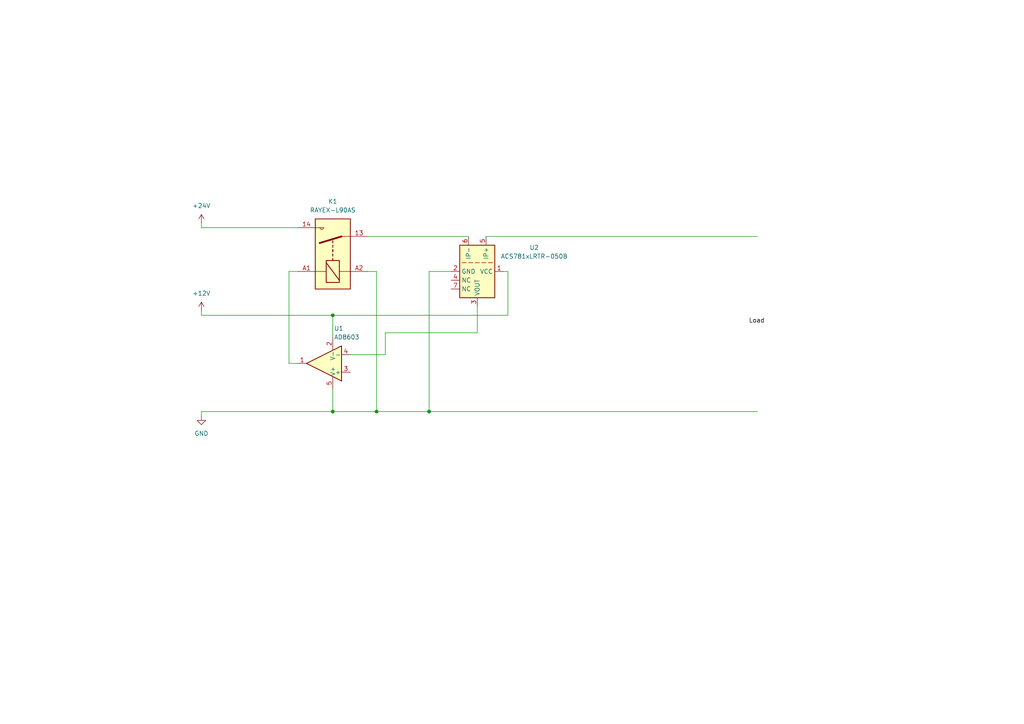
<source format=kicad_sch>
(kicad_sch (version 20230121) (generator eeschema)

  (uuid bdc7face-9f7c-4701-80bb-4cc144448db1)

  (paper "A4")

  (title_block
    (title "Recruitment hw")
    (date "2023-10-06")
    (rev "V0")
    (company "E-Agle TRT")
  )

  (lib_symbols
    (symbol "Amplifier_Operational:AD8603" (pin_names (offset 0.127)) (in_bom yes) (on_board yes)
      (property "Reference" "U" (at 0 5.08 0)
        (effects (font (size 1.27 1.27)) (justify left))
      )
      (property "Value" "AD8603" (at 0 -5.08 0)
        (effects (font (size 1.27 1.27)) (justify left))
      )
      (property "Footprint" "Package_TO_SOT_SMD:TSOT-23-5" (at 0 0 0)
        (effects (font (size 1.27 1.27)) hide)
      )
      (property "Datasheet" "https://www.analog.com/media/en/technical-documentation/data-sheets/AD8603_8607_8609.pdf" (at 0 5.08 0)
        (effects (font (size 1.27 1.27)) hide)
      )
      (property "ki_keywords" "single opamp" (at 0 0 0)
        (effects (font (size 1.27 1.27)) hide)
      )
      (property "ki_description" "Precision Micropower, Low Noise CMOS, Rail-to-Rail Input/Output Operational Amplifier, TSOT-23-5" (at 0 0 0)
        (effects (font (size 1.27 1.27)) hide)
      )
      (property "ki_fp_filters" "TSOT*23*" (at 0 0 0)
        (effects (font (size 1.27 1.27)) hide)
      )
      (symbol "AD8603_0_1"
        (polyline
          (pts
            (xy -5.08 5.08)
            (xy 5.08 0)
            (xy -5.08 -5.08)
            (xy -5.08 5.08)
          )
          (stroke (width 0.254) (type default))
          (fill (type background))
        )
        (pin power_in line (at -2.54 -7.62 90) (length 3.81)
          (name "V-" (effects (font (size 1.27 1.27))))
          (number "2" (effects (font (size 1.27 1.27))))
        )
        (pin power_in line (at -2.54 7.62 270) (length 3.81)
          (name "V+" (effects (font (size 1.27 1.27))))
          (number "5" (effects (font (size 1.27 1.27))))
        )
      )
      (symbol "AD8603_1_1"
        (pin output line (at 7.62 0 180) (length 2.54)
          (name "~" (effects (font (size 1.27 1.27))))
          (number "1" (effects (font (size 1.27 1.27))))
        )
        (pin input line (at -7.62 2.54 0) (length 2.54)
          (name "+" (effects (font (size 1.27 1.27))))
          (number "3" (effects (font (size 1.27 1.27))))
        )
        (pin input line (at -7.62 -2.54 0) (length 2.54)
          (name "-" (effects (font (size 1.27 1.27))))
          (number "4" (effects (font (size 1.27 1.27))))
        )
      )
    )
    (symbol "Relay:RAYEX-L90AS" (in_bom yes) (on_board yes)
      (property "Reference" "K" (at 11.43 3.81 0)
        (effects (font (size 1.27 1.27)) (justify left))
      )
      (property "Value" "RAYEX-L90AS" (at 11.43 1.27 0)
        (effects (font (size 1.27 1.27)) (justify left))
      )
      (property "Footprint" "Relay_THT:Relay_SPST_RAYEX-L90AS" (at 11.43 -1.27 0)
        (effects (font (size 1.27 1.27)) (justify left) hide)
      )
      (property "Datasheet" "https://a3.sofastcdn.com/attachment/7jioKBjnRiiSrjrjknRiwS77gwbf3zmp/L90-SERIES.pdf" (at 17.78 -3.81 0)
        (effects (font (size 1.27 1.27)) (justify left) hide)
      )
      (property "ki_keywords" "30A Single Pole Relay" (at 0 0 0)
        (effects (font (size 1.27 1.27)) hide)
      )
      (property "ki_description" "Power relay, Without Common Terminal between coil terminals, NO, SPST, 30A" (at 0 0 0)
        (effects (font (size 1.27 1.27)) hide)
      )
      (property "ki_fp_filters" "Relay*SPST*RAYEX*L90A*" (at 0 0 0)
        (effects (font (size 1.27 1.27)) hide)
      )
      (symbol "RAYEX-L90AS_1_0"
        (polyline
          (pts
            (xy 7.62 3.81)
            (xy 7.62 5.08)
          )
          (stroke (width 0) (type default))
          (fill (type none))
        )
        (polyline
          (pts
            (xy 7.62 3.81)
            (xy 7.62 2.54)
            (xy 6.985 3.175)
            (xy 7.62 3.81)
          )
          (stroke (width 0) (type default))
          (fill (type none))
        )
      )
      (symbol "RAYEX-L90AS_1_1"
        (rectangle (start -10.16 5.08) (end 10.16 -5.08)
          (stroke (width 0.254) (type default))
          (fill (type background))
        )
        (rectangle (start -8.255 1.905) (end -1.905 -1.905)
          (stroke (width 0.254) (type default))
          (fill (type none))
        )
        (polyline
          (pts
            (xy -7.62 -1.905)
            (xy -2.54 1.905)
          )
          (stroke (width 0.254) (type default))
          (fill (type none))
        )
        (polyline
          (pts
            (xy -5.08 -5.08)
            (xy -5.08 -1.905)
          )
          (stroke (width 0) (type default))
          (fill (type none))
        )
        (polyline
          (pts
            (xy -5.08 5.08)
            (xy -5.08 1.905)
          )
          (stroke (width 0) (type default))
          (fill (type none))
        )
        (polyline
          (pts
            (xy -1.905 0)
            (xy -1.27 0)
          )
          (stroke (width 0.254) (type default))
          (fill (type none))
        )
        (polyline
          (pts
            (xy -0.635 0)
            (xy 0 0)
          )
          (stroke (width 0.254) (type default))
          (fill (type none))
        )
        (polyline
          (pts
            (xy 0.635 0)
            (xy 1.27 0)
          )
          (stroke (width 0.254) (type default))
          (fill (type none))
        )
        (polyline
          (pts
            (xy 0.635 0)
            (xy 1.27 0)
          )
          (stroke (width 0.254) (type default))
          (fill (type none))
        )
        (polyline
          (pts
            (xy 1.905 0)
            (xy 2.54 0)
          )
          (stroke (width 0.254) (type default))
          (fill (type none))
        )
        (polyline
          (pts
            (xy 3.175 0)
            (xy 3.81 0)
          )
          (stroke (width 0.254) (type default))
          (fill (type none))
        )
        (polyline
          (pts
            (xy 5.08 -2.54)
            (xy 3.175 3.81)
          )
          (stroke (width 0.508) (type default))
          (fill (type none))
        )
        (polyline
          (pts
            (xy 5.08 -2.54)
            (xy 5.08 -5.08)
          )
          (stroke (width 0) (type default))
          (fill (type none))
        )
        (pin passive line (at 5.08 -10.16 90) (length 5.08)
          (name "~" (effects (font (size 1.27 1.27))))
          (number "13" (effects (font (size 1.27 1.27))))
        )
        (pin passive line (at 7.62 10.16 270) (length 5.08)
          (name "~" (effects (font (size 1.27 1.27))))
          (number "14" (effects (font (size 1.27 1.27))))
        )
        (pin passive line (at -5.08 10.16 270) (length 5.08)
          (name "~" (effects (font (size 1.27 1.27))))
          (number "A1" (effects (font (size 1.27 1.27))))
        )
        (pin passive line (at -5.08 -10.16 90) (length 5.08)
          (name "~" (effects (font (size 1.27 1.27))))
          (number "A2" (effects (font (size 1.27 1.27))))
        )
      )
    )
    (symbol "Sensor_Current:ACS781xLRTR-050B" (in_bom yes) (on_board yes)
      (property "Reference" "U" (at -7.62 6.35 0)
        (effects (font (size 1.27 1.27)) (justify left))
      )
      (property "Value" "ACS781xLRTR-050B" (at 2.54 6.35 0)
        (effects (font (size 1.27 1.27)) (justify left))
      )
      (property "Footprint" "Sensor_Current:Allegro_PSOF-7_4.8x6.4mm_P1.60mm" (at 0 0 0)
        (effects (font (size 1.27 1.27)) hide)
      )
      (property "Datasheet" "http://www.allegromicro.com/~/media/Files/Datasheets/ACS780-Datasheet.ashx?la=en" (at 0 0 0)
        (effects (font (size 1.27 1.27)) hide)
      )
      (property "ki_keywords" "hall effect current monitor sensor isolated" (at 0 0 0)
        (effects (font (size 1.27 1.27)) hide)
      )
      (property "ki_description" "±50A Bidirectional Hall-Effect Current Sensor, +3.3V supply, 26.4mV/A, PSOF-7" (at 0 0 0)
        (effects (font (size 1.27 1.27)) hide)
      )
      (property "ki_fp_filters" "Allegro*PSOF*4.8x6.4mm*P1.60mm*" (at 0 0 0)
        (effects (font (size 1.27 1.27)) hide)
      )
      (symbol "ACS781xLRTR-050B_0_1"
        (rectangle (start -7.62 5.08) (end 7.62 -5.08)
          (stroke (width 0.254) (type default))
          (fill (type background))
        )
        (polyline
          (pts
            (xy -2.54 -3.175)
            (xy -2.54 -4.445)
          )
          (stroke (width 0) (type default))
          (fill (type none))
        )
        (polyline
          (pts
            (xy -2.54 -1.27)
            (xy -2.54 -2.54)
          )
          (stroke (width 0) (type default))
          (fill (type none))
        )
        (polyline
          (pts
            (xy -2.54 0.635)
            (xy -2.54 -0.635)
          )
          (stroke (width 0) (type default))
          (fill (type none))
        )
        (polyline
          (pts
            (xy -2.54 1.27)
            (xy -2.54 2.54)
          )
          (stroke (width 0) (type default))
          (fill (type none))
        )
        (polyline
          (pts
            (xy -2.54 3.175)
            (xy -2.54 4.445)
          )
          (stroke (width 0) (type default))
          (fill (type none))
        )
      )
      (symbol "ACS781xLRTR-050B_1_1"
        (pin power_in line (at 0 7.62 270) (length 2.54)
          (name "VCC" (effects (font (size 1.27 1.27))))
          (number "1" (effects (font (size 1.27 1.27))))
        )
        (pin power_in line (at 0 -7.62 90) (length 2.54)
          (name "GND" (effects (font (size 1.27 1.27))))
          (number "2" (effects (font (size 1.27 1.27))))
        )
        (pin output line (at 10.16 0 180) (length 2.54)
          (name "VOUT" (effects (font (size 1.27 1.27))))
          (number "3" (effects (font (size 1.27 1.27))))
        )
        (pin passive line (at 2.54 -7.62 90) (length 2.54)
          (name "NC" (effects (font (size 1.27 1.27))))
          (number "4" (effects (font (size 1.27 1.27))))
        )
        (pin passive line (at -10.16 2.54 0) (length 2.54)
          (name "IP+" (effects (font (size 1.27 1.27))))
          (number "5" (effects (font (size 1.27 1.27))))
        )
        (pin passive line (at -10.16 -2.54 0) (length 2.54)
          (name "IP-" (effects (font (size 1.27 1.27))))
          (number "6" (effects (font (size 1.27 1.27))))
        )
        (pin passive line (at 5.08 -7.62 90) (length 2.54)
          (name "NC" (effects (font (size 1.27 1.27))))
          (number "7" (effects (font (size 1.27 1.27))))
        )
      )
    )
    (symbol "power:+12V" (power) (pin_names (offset 0)) (in_bom yes) (on_board yes)
      (property "Reference" "#PWR" (at 0 -3.81 0)
        (effects (font (size 1.27 1.27)) hide)
      )
      (property "Value" "+12V" (at 0 3.556 0)
        (effects (font (size 1.27 1.27)))
      )
      (property "Footprint" "" (at 0 0 0)
        (effects (font (size 1.27 1.27)) hide)
      )
      (property "Datasheet" "" (at 0 0 0)
        (effects (font (size 1.27 1.27)) hide)
      )
      (property "ki_keywords" "global power" (at 0 0 0)
        (effects (font (size 1.27 1.27)) hide)
      )
      (property "ki_description" "Power symbol creates a global label with name \"+12V\"" (at 0 0 0)
        (effects (font (size 1.27 1.27)) hide)
      )
      (symbol "+12V_0_1"
        (polyline
          (pts
            (xy -0.762 1.27)
            (xy 0 2.54)
          )
          (stroke (width 0) (type default))
          (fill (type none))
        )
        (polyline
          (pts
            (xy 0 0)
            (xy 0 2.54)
          )
          (stroke (width 0) (type default))
          (fill (type none))
        )
        (polyline
          (pts
            (xy 0 2.54)
            (xy 0.762 1.27)
          )
          (stroke (width 0) (type default))
          (fill (type none))
        )
      )
      (symbol "+12V_1_1"
        (pin power_in line (at 0 0 90) (length 0) hide
          (name "+12V" (effects (font (size 1.27 1.27))))
          (number "1" (effects (font (size 1.27 1.27))))
        )
      )
    )
    (symbol "power:+24V" (power) (pin_names (offset 0)) (in_bom yes) (on_board yes)
      (property "Reference" "#PWR" (at 0 -3.81 0)
        (effects (font (size 1.27 1.27)) hide)
      )
      (property "Value" "+24V" (at 0 3.556 0)
        (effects (font (size 1.27 1.27)))
      )
      (property "Footprint" "" (at 0 0 0)
        (effects (font (size 1.27 1.27)) hide)
      )
      (property "Datasheet" "" (at 0 0 0)
        (effects (font (size 1.27 1.27)) hide)
      )
      (property "ki_keywords" "global power" (at 0 0 0)
        (effects (font (size 1.27 1.27)) hide)
      )
      (property "ki_description" "Power symbol creates a global label with name \"+24V\"" (at 0 0 0)
        (effects (font (size 1.27 1.27)) hide)
      )
      (symbol "+24V_0_1"
        (polyline
          (pts
            (xy -0.762 1.27)
            (xy 0 2.54)
          )
          (stroke (width 0) (type default))
          (fill (type none))
        )
        (polyline
          (pts
            (xy 0 0)
            (xy 0 2.54)
          )
          (stroke (width 0) (type default))
          (fill (type none))
        )
        (polyline
          (pts
            (xy 0 2.54)
            (xy 0.762 1.27)
          )
          (stroke (width 0) (type default))
          (fill (type none))
        )
      )
      (symbol "+24V_1_1"
        (pin power_in line (at 0 0 90) (length 0) hide
          (name "+24V" (effects (font (size 1.27 1.27))))
          (number "1" (effects (font (size 1.27 1.27))))
        )
      )
    )
    (symbol "power:GND" (power) (pin_names (offset 0)) (in_bom yes) (on_board yes)
      (property "Reference" "#PWR" (at 0 -6.35 0)
        (effects (font (size 1.27 1.27)) hide)
      )
      (property "Value" "GND" (at 0 -3.81 0)
        (effects (font (size 1.27 1.27)))
      )
      (property "Footprint" "" (at 0 0 0)
        (effects (font (size 1.27 1.27)) hide)
      )
      (property "Datasheet" "" (at 0 0 0)
        (effects (font (size 1.27 1.27)) hide)
      )
      (property "ki_keywords" "global power" (at 0 0 0)
        (effects (font (size 1.27 1.27)) hide)
      )
      (property "ki_description" "Power symbol creates a global label with name \"GND\" , ground" (at 0 0 0)
        (effects (font (size 1.27 1.27)) hide)
      )
      (symbol "GND_0_1"
        (polyline
          (pts
            (xy 0 0)
            (xy 0 -1.27)
            (xy 1.27 -1.27)
            (xy 0 -2.54)
            (xy -1.27 -1.27)
            (xy 0 -1.27)
          )
          (stroke (width 0) (type default))
          (fill (type none))
        )
      )
      (symbol "GND_1_1"
        (pin power_in line (at 0 0 270) (length 0) hide
          (name "GND" (effects (font (size 1.27 1.27))))
          (number "1" (effects (font (size 1.27 1.27))))
        )
      )
    )
  )

  (junction (at 96.52 119.38) (diameter 0) (color 0 0 0 0)
    (uuid 4ec88565-ab1e-4aec-9a62-957c3dc1d2e5)
  )
  (junction (at 96.52 91.44) (diameter 0) (color 0 0 0 0)
    (uuid 8316aa82-20bc-45d5-ab26-c09eb75a45e0)
  )
  (junction (at 109.22 119.38) (diameter 0) (color 0 0 0 0)
    (uuid afdb4934-6526-4ccb-8738-cebbbcfbb9f4)
  )
  (junction (at 124.46 119.38) (diameter 0) (color 0 0 0 0)
    (uuid b9cea9fc-ef43-4cc2-a1ef-b874e0d9f4e3)
  )

  (wire (pts (xy 124.46 78.74) (xy 130.81 78.74))
    (stroke (width 0) (type default))
    (uuid 0084151c-d81e-4ecc-b8c0-f19de4cb41c5)
  )
  (wire (pts (xy 106.68 78.74) (xy 109.22 78.74))
    (stroke (width 0) (type default))
    (uuid 0ca49940-0817-4298-8ad2-6dfdd29bf0aa)
  )
  (wire (pts (xy 219.71 68.58) (xy 140.97 68.58))
    (stroke (width 0) (type default))
    (uuid 262026c2-e27c-4206-a322-0b3f8701ad23)
  )
  (wire (pts (xy 147.32 78.74) (xy 146.05 78.74))
    (stroke (width 0) (type default))
    (uuid 29fa6e49-9832-4c77-9984-77136d634eb4)
  )
  (wire (pts (xy 124.46 119.38) (xy 219.71 119.38))
    (stroke (width 0) (type default))
    (uuid 37db86ba-696b-40c7-a934-ba4e910b8999)
  )
  (wire (pts (xy 147.32 91.44) (xy 147.32 78.74))
    (stroke (width 0) (type default))
    (uuid 3c99f521-1c2d-4b9e-bad4-fa1793cfd737)
  )
  (wire (pts (xy 96.52 91.44) (xy 147.32 91.44))
    (stroke (width 0) (type default))
    (uuid 46455eab-f250-4065-afc0-c3cc1683a51a)
  )
  (wire (pts (xy 86.36 105.41) (xy 83.82 105.41))
    (stroke (width 0) (type default))
    (uuid 4b9af4ee-71bc-4d64-94cf-5f3dad7ae43c)
  )
  (wire (pts (xy 138.43 88.9) (xy 138.43 96.52))
    (stroke (width 0) (type default))
    (uuid 5262e48b-b6c3-4ea3-b24c-dd44b475fb42)
  )
  (wire (pts (xy 111.76 96.52) (xy 111.76 102.87))
    (stroke (width 0) (type default))
    (uuid 68f66557-76f2-463d-9f1a-6a3aef326f5f)
  )
  (wire (pts (xy 58.42 91.44) (xy 58.42 90.17))
    (stroke (width 0) (type default))
    (uuid 6f17d03e-3f06-4d5f-80e9-f2f2769e0ea7)
  )
  (wire (pts (xy 86.36 66.04) (xy 58.42 66.04))
    (stroke (width 0) (type default))
    (uuid 7aa19190-2e58-4c4b-9a0c-a5f5f66e434a)
  )
  (wire (pts (xy 83.82 78.74) (xy 86.36 78.74))
    (stroke (width 0) (type default))
    (uuid 966d0d81-f488-4399-ba2d-db3cf022addf)
  )
  (wire (pts (xy 58.42 119.38) (xy 96.52 119.38))
    (stroke (width 0) (type default))
    (uuid 9a638d6e-bd4d-468a-a485-e7f3128360ff)
  )
  (wire (pts (xy 58.42 64.77) (xy 58.42 66.04))
    (stroke (width 0) (type default))
    (uuid b4161f2f-c0c9-4134-865d-f51a4b10fd06)
  )
  (wire (pts (xy 106.68 68.58) (xy 135.89 68.58))
    (stroke (width 0) (type default))
    (uuid b6de493c-6d2d-4118-b0f3-8aff9225330d)
  )
  (wire (pts (xy 124.46 119.38) (xy 124.46 78.74))
    (stroke (width 0) (type default))
    (uuid b942808c-ff85-4335-af57-d88ea14d79d1)
  )
  (wire (pts (xy 96.52 113.03) (xy 96.52 119.38))
    (stroke (width 0) (type default))
    (uuid c318eebc-e24f-4b7a-aa7f-1eda295d61cc)
  )
  (wire (pts (xy 111.76 102.87) (xy 101.6 102.87))
    (stroke (width 0) (type default))
    (uuid c70c3eec-b379-4e47-bd21-3169573deda5)
  )
  (wire (pts (xy 109.22 78.74) (xy 109.22 119.38))
    (stroke (width 0) (type default))
    (uuid de839974-f0df-43af-9f70-261fde69b2f0)
  )
  (wire (pts (xy 96.52 91.44) (xy 96.52 97.79))
    (stroke (width 0) (type default))
    (uuid e5995cee-c801-45cb-9bf9-08b6c6a76bbc)
  )
  (wire (pts (xy 96.52 119.38) (xy 109.22 119.38))
    (stroke (width 0) (type default))
    (uuid e6fc2df7-9b16-4225-b822-51f14388b49c)
  )
  (wire (pts (xy 109.22 119.38) (xy 124.46 119.38))
    (stroke (width 0) (type default))
    (uuid eac1f81d-9e8a-4d9f-8beb-f5eb53f522fd)
  )
  (wire (pts (xy 138.43 96.52) (xy 111.76 96.52))
    (stroke (width 0) (type default))
    (uuid ebc19e58-1d4b-4543-9dad-54287e29e4e8)
  )
  (wire (pts (xy 58.42 91.44) (xy 96.52 91.44))
    (stroke (width 0) (type default))
    (uuid f508993f-d781-4735-9db8-503825a9b11a)
  )
  (wire (pts (xy 58.42 120.65) (xy 58.42 119.38))
    (stroke (width 0) (type default))
    (uuid f524cb4c-edd7-4afe-9172-2f011f8c57e6)
  )
  (wire (pts (xy 83.82 105.41) (xy 83.82 78.74))
    (stroke (width 0) (type default))
    (uuid fc2d9e8b-dbbe-482b-989d-ef27c3083f83)
  )

  (label "Load" (at 217.17 93.98 0) (fields_autoplaced)
    (effects (font (size 1.27 1.27)) (justify left bottom))
    (uuid 18778265-fd5c-4391-8ddb-43f632a444a4)
  )

  (symbol (lib_id "Amplifier_Operational:AD8603") (at 93.98 105.41 180) (unit 1)
    (in_bom yes) (on_board yes) (dnp no) (fields_autoplaced)
    (uuid 5c048817-58a0-4dd9-8dad-732c73cd814c)
    (property "Reference" "U3" (at 96.8659 95.25 0)
      (effects (font (size 1.27 1.27)) (justify right))
    )
    (property "Value" "AD8603" (at 96.8659 97.79 0)
      (effects (font (size 1.27 1.27)) (justify right))
    )
    (property "Footprint" "Package_TO_SOT_SMD:TSOT-23-5" (at 93.98 105.41 0)
      (effects (font (size 1.27 1.27)) hide)
    )
    (property "Datasheet" "https://www.analog.com/media/en/technical-documentation/data-sheets/AD8603_8607_8609.pdf" (at 93.98 110.49 0)
      (effects (font (size 1.27 1.27)) hide)
    )
    (pin "2" (uuid aedc56c3-a64b-4364-8d5a-da3ae9e7df24))
    (pin "5" (uuid e7c8c615-4d84-4b77-9dfc-af5a61258b46))
    (pin "1" (uuid 7453ba18-d7bd-4561-8f86-cb6056891a60))
    (pin "3" (uuid 1e750faf-d35d-49da-a7ce-f6c1f195440b))
    (pin "4" (uuid 3f08e435-4c2b-4c04-bd73-e890424bfdf2))
    (instances
      (project "eagletrt"
        (path "/0f06d697-e9b0-4917-b450-7d7999b940c5"
          (reference "U3") (unit 1)
        )
      )
      (project "recruitment"
        (path "/bdc7face-9f7c-4701-80bb-4cc144448db1"
          (reference "U1") (unit 1)
        )
      )
    )
  )

  (symbol (lib_id "power:+12V") (at 58.42 90.17 0) (unit 1)
    (in_bom yes) (on_board yes) (dnp no) (fields_autoplaced)
    (uuid 9f5143b4-78a9-4e3c-a7d0-9537014dc18c)
    (property "Reference" "#PWR02" (at 58.42 93.98 0)
      (effects (font (size 1.27 1.27)) hide)
    )
    (property "Value" "+12V" (at 58.42 85.09 0)
      (effects (font (size 1.27 1.27)))
    )
    (property "Footprint" "" (at 58.42 90.17 0)
      (effects (font (size 1.27 1.27)) hide)
    )
    (property "Datasheet" "" (at 58.42 90.17 0)
      (effects (font (size 1.27 1.27)) hide)
    )
    (pin "1" (uuid e67edc02-338b-45fd-bf5c-1f2d4004c2a7))
    (instances
      (project "eagletrt"
        (path "/0f06d697-e9b0-4917-b450-7d7999b940c5"
          (reference "#PWR02") (unit 1)
        )
      )
      (project "recruitment"
        (path "/bdc7face-9f7c-4701-80bb-4cc144448db1"
          (reference "#PWR02") (unit 1)
        )
      )
    )
  )

  (symbol (lib_id "power:GND") (at 58.42 120.65 0) (unit 1)
    (in_bom yes) (on_board yes) (dnp no) (fields_autoplaced)
    (uuid a73e8789-b99f-4d5d-8ce4-8e2fc349609a)
    (property "Reference" "#PWR01" (at 58.42 127 0)
      (effects (font (size 1.27 1.27)) hide)
    )
    (property "Value" "GND" (at 58.42 125.73 0)
      (effects (font (size 1.27 1.27)))
    )
    (property "Footprint" "" (at 58.42 120.65 0)
      (effects (font (size 1.27 1.27)) hide)
    )
    (property "Datasheet" "" (at 58.42 120.65 0)
      (effects (font (size 1.27 1.27)) hide)
    )
    (pin "1" (uuid bd583daa-6772-42ef-9727-e6c3e0264f71))
    (instances
      (project "eagletrt"
        (path "/0f06d697-e9b0-4917-b450-7d7999b940c5"
          (reference "#PWR01") (unit 1)
        )
      )
      (project "recruitment"
        (path "/bdc7face-9f7c-4701-80bb-4cc144448db1"
          (reference "#PWR03") (unit 1)
        )
      )
    )
  )

  (symbol (lib_id "power:+24V") (at 58.42 64.77 0) (unit 1)
    (in_bom yes) (on_board yes) (dnp no)
    (uuid c7d5d8aa-2d21-4ac5-af93-65109b80ffc0)
    (property "Reference" "#PWR03" (at 58.42 68.58 0)
      (effects (font (size 1.27 1.27)) hide)
    )
    (property "Value" "+24V" (at 58.42 59.69 0)
      (effects (font (size 1.27 1.27)))
    )
    (property "Footprint" "" (at 58.42 64.77 0)
      (effects (font (size 1.27 1.27)) hide)
    )
    (property "Datasheet" "" (at 58.42 64.77 0)
      (effects (font (size 1.27 1.27)) hide)
    )
    (pin "1" (uuid c61f0e41-d22f-4944-93da-b3e5fd66222f))
    (instances
      (project "eagletrt"
        (path "/0f06d697-e9b0-4917-b450-7d7999b940c5"
          (reference "#PWR03") (unit 1)
        )
      )
      (project "recruitment"
        (path "/bdc7face-9f7c-4701-80bb-4cc144448db1"
          (reference "#PWR01") (unit 1)
        )
      )
    )
  )

  (symbol (lib_id "Relay:RAYEX-L90AS") (at 96.52 73.66 90) (unit 1)
    (in_bom yes) (on_board yes) (dnp no) (fields_autoplaced)
    (uuid e34961d3-ecf1-4a93-b519-d2f53607896a)
    (property "Reference" "K1" (at 96.52 58.42 90)
      (effects (font (size 1.27 1.27)))
    )
    (property "Value" "RAYEX-L90AS" (at 96.52 60.96 90)
      (effects (font (size 1.27 1.27)))
    )
    (property "Footprint" "Relay_THT:Relay_SPST_RAYEX-L90AS" (at 97.79 62.23 0)
      (effects (font (size 1.27 1.27)) (justify left) hide)
    )
    (property "Datasheet" "https://a3.sofastcdn.com/attachment/7jioKBjnRiiSrjrjknRiwS77gwbf3zmp/L90-SERIES.pdf" (at 100.33 55.88 0)
      (effects (font (size 1.27 1.27)) (justify left) hide)
    )
    (pin "13" (uuid 850f23c1-b7ea-4525-8871-f464317814c4))
    (pin "14" (uuid f38f4b59-6de9-4f76-bc44-4f8f17a573fc))
    (pin "A1" (uuid b74f5974-dbde-47cf-8125-0b61030204a5))
    (pin "A2" (uuid 7a3647dc-d078-4228-8e54-7563883630d6))
    (instances
      (project "eagletrt"
        (path "/0f06d697-e9b0-4917-b450-7d7999b940c5"
          (reference "K1") (unit 1)
        )
      )
      (project "recruitment"
        (path "/bdc7face-9f7c-4701-80bb-4cc144448db1"
          (reference "K1") (unit 1)
        )
      )
    )
  )

  (symbol (lib_id "Sensor_Current:ACS781xLRTR-050B") (at 138.43 78.74 270) (unit 1)
    (in_bom yes) (on_board yes) (dnp no) (fields_autoplaced)
    (uuid fe889c1c-917c-4b0e-a710-f7bb0b1c1d1a)
    (property "Reference" "U1" (at 154.94 71.8119 90)
      (effects (font (size 1.27 1.27)))
    )
    (property "Value" "ACS781xLRTR-050B" (at 154.94 74.3519 90)
      (effects (font (size 1.27 1.27)))
    )
    (property "Footprint" "Sensor_Current:Allegro_PSOF-7_4.8x6.4mm_P1.60mm" (at 138.43 78.74 0)
      (effects (font (size 1.27 1.27)) hide)
    )
    (property "Datasheet" "http://www.allegromicro.com/~/media/Files/Datasheets/ACS780-Datasheet.ashx?la=en" (at 138.43 78.74 0)
      (effects (font (size 1.27 1.27)) hide)
    )
    (pin "1" (uuid 7bdad0f1-5f8d-442d-bb76-f420e8ec2042))
    (pin "2" (uuid a1886a14-a53f-4438-be67-2b09dbfa2ae3))
    (pin "3" (uuid 1f18f47e-1611-45ba-aa65-6337da48c5a5))
    (pin "4" (uuid aacc05a3-4cdf-4f0b-884a-6d7aa2092693))
    (pin "5" (uuid c3fba743-e08f-4e2f-b85e-6785bb26f76a))
    (pin "6" (uuid f0315a50-d6eb-4aed-bcd7-1c56acad39d1))
    (pin "7" (uuid 32ce7709-1741-4f2c-96c2-e1f9b06272ec))
    (instances
      (project "eagletrt"
        (path "/0f06d697-e9b0-4917-b450-7d7999b940c5"
          (reference "U1") (unit 1)
        )
      )
      (project "recruitment"
        (path "/bdc7face-9f7c-4701-80bb-4cc144448db1"
          (reference "U2") (unit 1)
        )
      )
    )
  )

  (sheet_instances
    (path "/" (page "1"))
  )
)

</source>
